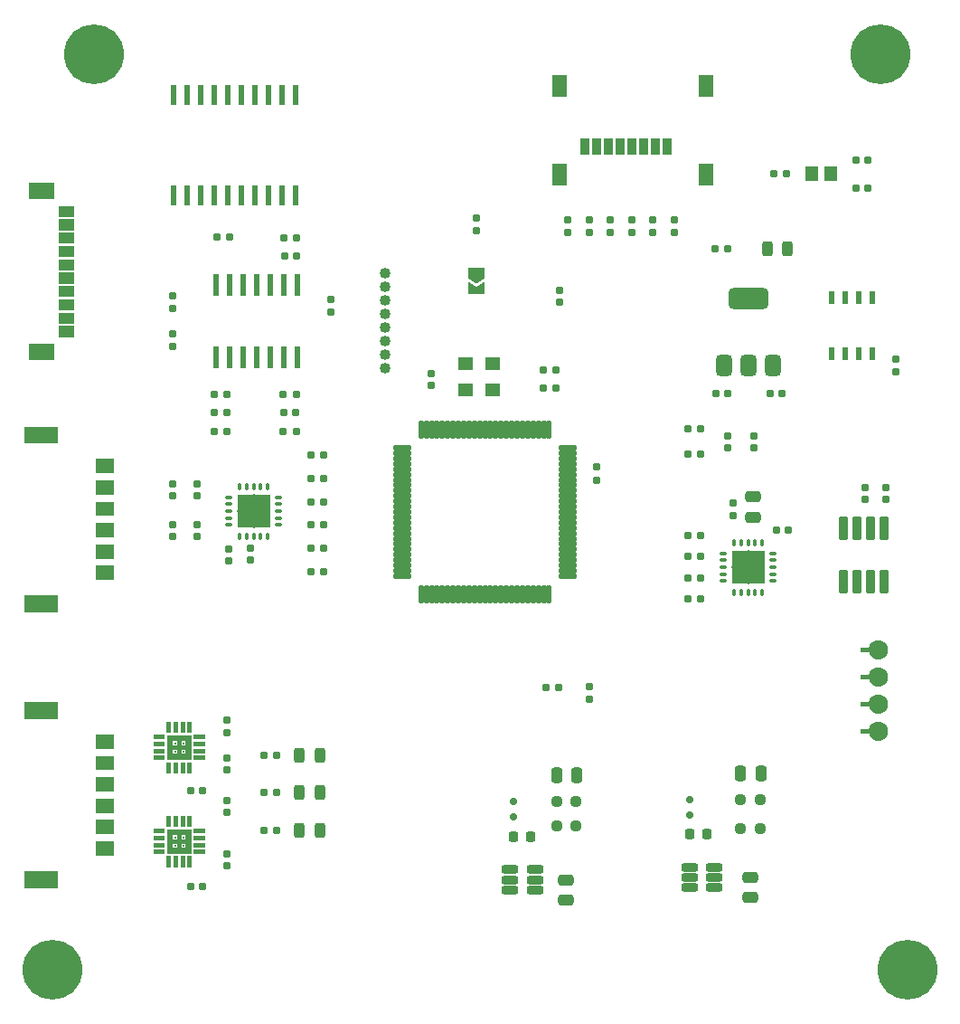
<source format=gbr>
%TF.GenerationSoftware,KiCad,Pcbnew,8.0.7*%
%TF.CreationDate,2025-02-06T16:30:48-03:00*%
%TF.ProjectId,adcs_board,61646373-5f62-46f6-9172-642e6b696361,1.0*%
%TF.SameCoordinates,Original*%
%TF.FileFunction,Soldermask,Top*%
%TF.FilePolarity,Negative*%
%FSLAX46Y46*%
G04 Gerber Fmt 4.6, Leading zero omitted, Abs format (unit mm)*
G04 Created by KiCad (PCBNEW 8.0.7) date 2025-02-06 16:30:48*
%MOMM*%
%LPD*%
G01*
G04 APERTURE LIST*
G04 Aperture macros list*
%AMRoundRect*
0 Rectangle with rounded corners*
0 $1 Rounding radius*
0 $2 $3 $4 $5 $6 $7 $8 $9 X,Y pos of 4 corners*
0 Add a 4 corners polygon primitive as box body*
4,1,4,$2,$3,$4,$5,$6,$7,$8,$9,$2,$3,0*
0 Add four circle primitives for the rounded corners*
1,1,$1+$1,$2,$3*
1,1,$1+$1,$4,$5*
1,1,$1+$1,$6,$7*
1,1,$1+$1,$8,$9*
0 Add four rect primitives between the rounded corners*
20,1,$1+$1,$2,$3,$4,$5,0*
20,1,$1+$1,$4,$5,$6,$7,0*
20,1,$1+$1,$6,$7,$8,$9,0*
20,1,$1+$1,$8,$9,$2,$3,0*%
%AMFreePoly0*
4,1,6,1.000000,0.000000,0.500000,-0.750000,-0.500000,-0.750000,-0.500000,0.750000,0.500000,0.750000,1.000000,0.000000,1.000000,0.000000,$1*%
%AMFreePoly1*
4,1,6,0.500000,-0.750000,-0.650000,-0.750000,-0.150000,0.000000,-0.650000,0.750000,0.500000,0.750000,0.500000,-0.750000,0.500000,-0.750000,$1*%
G04 Aperture macros list end*
%ADD10C,0.010000*%
%ADD11C,0.000000*%
%ADD12RoundRect,0.160000X0.197500X0.160000X-0.197500X0.160000X-0.197500X-0.160000X0.197500X-0.160000X0*%
%ADD13C,5.600000*%
%ADD14RoundRect,0.155000X0.155000X-0.212500X0.155000X0.212500X-0.155000X0.212500X-0.155000X-0.212500X0*%
%ADD15RoundRect,0.155000X-0.212500X-0.155000X0.212500X-0.155000X0.212500X0.155000X-0.212500X0.155000X0*%
%ADD16FreePoly0,270.000000*%
%ADD17FreePoly1,270.000000*%
%ADD18RoundRect,0.243750X0.243750X0.456250X-0.243750X0.456250X-0.243750X-0.456250X0.243750X-0.456250X0*%
%ADD19C,1.016000*%
%ADD20RoundRect,0.160000X-0.160000X0.197500X-0.160000X-0.197500X0.160000X-0.197500X0.160000X0.197500X0*%
%ADD21RoundRect,0.155000X0.212500X0.155000X-0.212500X0.155000X-0.212500X-0.155000X0.212500X-0.155000X0*%
%ADD22RoundRect,0.160000X-0.197500X-0.160000X0.197500X-0.160000X0.197500X0.160000X-0.197500X0.160000X0*%
%ADD23RoundRect,0.160000X0.160000X-0.197500X0.160000X0.197500X-0.160000X0.197500X-0.160000X-0.197500X0*%
%ADD24RoundRect,0.155000X-0.155000X0.212500X-0.155000X-0.212500X0.155000X-0.212500X0.155000X0.212500X0*%
%ADD25RoundRect,0.250000X-0.475000X0.250000X-0.475000X-0.250000X0.475000X-0.250000X0.475000X0.250000X0*%
%ADD26RoundRect,0.250000X-0.250000X-0.475000X0.250000X-0.475000X0.250000X0.475000X-0.250000X0.475000X0*%
%ADD27R,0.508000X1.257300*%
%ADD28R,0.812800X1.498600*%
%ADD29R,1.447800X2.006600*%
%ADD30O,0.750001X0.299999*%
%ADD31O,0.299999X0.750001*%
%ADD32R,3.149999X3.149999*%
%ADD33C,0.499999*%
%ADD34RoundRect,0.198500X-0.588500X-0.198500X0.588500X-0.198500X0.588500X0.198500X-0.588500X0.198500X0*%
%ADD35RoundRect,0.218750X0.218750X0.256250X-0.218750X0.256250X-0.218750X-0.256250X0.218750X-0.256250X0*%
%ADD36C,1.724000*%
%ADD37R,0.533400X1.930400*%
%ADD38RoundRect,0.375000X0.375000X-0.625000X0.375000X0.625000X-0.375000X0.625000X-0.375000X-0.625000X0*%
%ADD39RoundRect,0.500000X1.400000X-0.500000X1.400000X0.500000X-1.400000X0.500000X-1.400000X-0.500000X0*%
%ADD40R,1.168400X1.447800*%
%ADD41RoundRect,0.100500X0.301500X-0.986500X0.301500X0.986500X-0.301500X0.986500X-0.301500X-0.986500X0*%
%ADD42RoundRect,0.250000X0.475000X-0.250000X0.475000X0.250000X-0.475000X0.250000X-0.475000X-0.250000X0*%
%ADD43RoundRect,0.150000X0.200000X-0.150000X0.200000X0.150000X-0.200000X0.150000X-0.200000X-0.150000X0*%
%ADD44R,0.558800X2.159000*%
%ADD45RoundRect,0.237500X-0.250000X-0.237500X0.250000X-0.237500X0.250000X0.237500X-0.250000X0.237500X0*%
%ADD46RoundRect,0.243750X-0.243750X-0.456250X0.243750X-0.456250X0.243750X0.456250X-0.243750X0.456250X0*%
%ADD47RoundRect,0.237500X0.250000X0.237500X-0.250000X0.237500X-0.250000X-0.237500X0.250000X-0.237500X0*%
%ADD48RoundRect,0.102000X-0.150000X0.737500X-0.150000X-0.737500X0.150000X-0.737500X0.150000X0.737500X0*%
%ADD49RoundRect,0.102000X-0.737500X0.150000X-0.737500X-0.150000X0.737500X-0.150000X0.737500X0.150000X0*%
%ADD50R,1.447800X1.244600*%
%ADD51R,1.000000X0.350000*%
%ADD52R,0.350000X1.000000*%
%ADD53C,0.300000*%
G04 APERTURE END LIST*
D10*
%TO.C,J8*%
X170432500Y-104937500D02*
X170521500Y-104951500D01*
X170608500Y-104974500D01*
X170692500Y-105006500D01*
X170772500Y-105047500D01*
X170847500Y-105096500D01*
X170917500Y-105153500D01*
X170981500Y-105217500D01*
X171038500Y-105287500D01*
X171087500Y-105362500D01*
X171128500Y-105442500D01*
X171160500Y-105526500D01*
X171183500Y-105613500D01*
X171197500Y-105702500D01*
X171202500Y-105792500D01*
X171197500Y-105882500D01*
X171183500Y-105971500D01*
X171160500Y-106058500D01*
X171128500Y-106142500D01*
X171087500Y-106222500D01*
X171038500Y-106297500D01*
X170981500Y-106367500D01*
X170917500Y-106431500D01*
X170847500Y-106488500D01*
X170772500Y-106537500D01*
X170692500Y-106578500D01*
X170608500Y-106610500D01*
X170521500Y-106633500D01*
X170432500Y-106647500D01*
X170342500Y-106652500D01*
X170304500Y-106651500D01*
X170265500Y-106648500D01*
X170226500Y-106644500D01*
X170187500Y-106638500D01*
X170148500Y-106629500D01*
X170110500Y-106620500D01*
X170073500Y-106608500D01*
X170035500Y-106595500D01*
X169999500Y-106580500D01*
X169963500Y-106563500D01*
X169929500Y-106545500D01*
X169894500Y-106525500D01*
X169861500Y-106504500D01*
X169829500Y-106481500D01*
X169798500Y-106456500D01*
X169769500Y-106431500D01*
X169740500Y-106403500D01*
X169713500Y-106375500D01*
X169687500Y-106345500D01*
X169662500Y-106315500D01*
X169639500Y-106283500D01*
X169617500Y-106250500D01*
X169597500Y-106216500D01*
X169579500Y-106181500D01*
X169562500Y-106146500D01*
X169546500Y-106110500D01*
X169533500Y-106073500D01*
X169521500Y-106035500D01*
X169511500Y-105997500D01*
X169502500Y-105957500D01*
X168712500Y-105957500D01*
X168712500Y-105627500D01*
X169502500Y-105627500D01*
X169511500Y-105587500D01*
X169521500Y-105549500D01*
X169533500Y-105511500D01*
X169546500Y-105474500D01*
X169562500Y-105438500D01*
X169579500Y-105403500D01*
X169597500Y-105368500D01*
X169617500Y-105334500D01*
X169639500Y-105301500D01*
X169662500Y-105269500D01*
X169687500Y-105239500D01*
X169713500Y-105209500D01*
X169740500Y-105181500D01*
X169769500Y-105153500D01*
X169798500Y-105128500D01*
X169829500Y-105103500D01*
X169861500Y-105080500D01*
X169894500Y-105059500D01*
X169929500Y-105039500D01*
X169963500Y-105021500D01*
X169999500Y-105004500D01*
X170035500Y-104989500D01*
X170073500Y-104976500D01*
X170110500Y-104964500D01*
X170148500Y-104955500D01*
X170187500Y-104946500D01*
X170226500Y-104940500D01*
X170265500Y-104936500D01*
X170304500Y-104933500D01*
X170342500Y-104932500D01*
X170432500Y-104937500D01*
G36*
X170432500Y-104937500D02*
G01*
X170521500Y-104951500D01*
X170608500Y-104974500D01*
X170692500Y-105006500D01*
X170772500Y-105047500D01*
X170847500Y-105096500D01*
X170917500Y-105153500D01*
X170981500Y-105217500D01*
X171038500Y-105287500D01*
X171087500Y-105362500D01*
X171128500Y-105442500D01*
X171160500Y-105526500D01*
X171183500Y-105613500D01*
X171197500Y-105702500D01*
X171202500Y-105792500D01*
X171197500Y-105882500D01*
X171183500Y-105971500D01*
X171160500Y-106058500D01*
X171128500Y-106142500D01*
X171087500Y-106222500D01*
X171038500Y-106297500D01*
X170981500Y-106367500D01*
X170917500Y-106431500D01*
X170847500Y-106488500D01*
X170772500Y-106537500D01*
X170692500Y-106578500D01*
X170608500Y-106610500D01*
X170521500Y-106633500D01*
X170432500Y-106647500D01*
X170342500Y-106652500D01*
X170304500Y-106651500D01*
X170265500Y-106648500D01*
X170226500Y-106644500D01*
X170187500Y-106638500D01*
X170148500Y-106629500D01*
X170110500Y-106620500D01*
X170073500Y-106608500D01*
X170035500Y-106595500D01*
X169999500Y-106580500D01*
X169963500Y-106563500D01*
X169929500Y-106545500D01*
X169894500Y-106525500D01*
X169861500Y-106504500D01*
X169829500Y-106481500D01*
X169798500Y-106456500D01*
X169769500Y-106431500D01*
X169740500Y-106403500D01*
X169713500Y-106375500D01*
X169687500Y-106345500D01*
X169662500Y-106315500D01*
X169639500Y-106283500D01*
X169617500Y-106250500D01*
X169597500Y-106216500D01*
X169579500Y-106181500D01*
X169562500Y-106146500D01*
X169546500Y-106110500D01*
X169533500Y-106073500D01*
X169521500Y-106035500D01*
X169511500Y-105997500D01*
X169502500Y-105957500D01*
X168712500Y-105957500D01*
X168712500Y-105627500D01*
X169502500Y-105627500D01*
X169511500Y-105587500D01*
X169521500Y-105549500D01*
X169533500Y-105511500D01*
X169546500Y-105474500D01*
X169562500Y-105438500D01*
X169579500Y-105403500D01*
X169597500Y-105368500D01*
X169617500Y-105334500D01*
X169639500Y-105301500D01*
X169662500Y-105269500D01*
X169687500Y-105239500D01*
X169713500Y-105209500D01*
X169740500Y-105181500D01*
X169769500Y-105153500D01*
X169798500Y-105128500D01*
X169829500Y-105103500D01*
X169861500Y-105080500D01*
X169894500Y-105059500D01*
X169929500Y-105039500D01*
X169963500Y-105021500D01*
X169999500Y-105004500D01*
X170035500Y-104989500D01*
X170073500Y-104976500D01*
X170110500Y-104964500D01*
X170148500Y-104955500D01*
X170187500Y-104946500D01*
X170226500Y-104940500D01*
X170265500Y-104936500D01*
X170304500Y-104933500D01*
X170342500Y-104932500D01*
X170432500Y-104937500D01*
G37*
X170432500Y-107477500D02*
X170521500Y-107491500D01*
X170608500Y-107514500D01*
X170692500Y-107546500D01*
X170772500Y-107587500D01*
X170847500Y-107636500D01*
X170917500Y-107693500D01*
X170981500Y-107757500D01*
X171038500Y-107827500D01*
X171087500Y-107902500D01*
X171128500Y-107982500D01*
X171160500Y-108066500D01*
X171183500Y-108153500D01*
X171197500Y-108242500D01*
X171202500Y-108332500D01*
X171197500Y-108422500D01*
X171183500Y-108511500D01*
X171160500Y-108598500D01*
X171128500Y-108682500D01*
X171087500Y-108762500D01*
X171038500Y-108837500D01*
X170981500Y-108907500D01*
X170917500Y-108971500D01*
X170847500Y-109028500D01*
X170772500Y-109077500D01*
X170692500Y-109118500D01*
X170608500Y-109150500D01*
X170521500Y-109173500D01*
X170432500Y-109187500D01*
X170342500Y-109192500D01*
X170304500Y-109191500D01*
X170265500Y-109188500D01*
X170226500Y-109184500D01*
X170187500Y-109178500D01*
X170148500Y-109169500D01*
X170110500Y-109160500D01*
X170073500Y-109148500D01*
X170035500Y-109135500D01*
X169999500Y-109120500D01*
X169963500Y-109103500D01*
X169929500Y-109085500D01*
X169894500Y-109065500D01*
X169861500Y-109044500D01*
X169829500Y-109021500D01*
X169798500Y-108996500D01*
X169769500Y-108971500D01*
X169740500Y-108943500D01*
X169713500Y-108915500D01*
X169687500Y-108885500D01*
X169662500Y-108855500D01*
X169639500Y-108823500D01*
X169617500Y-108790500D01*
X169597500Y-108756500D01*
X169579500Y-108721500D01*
X169562500Y-108686500D01*
X169546500Y-108650500D01*
X169533500Y-108613500D01*
X169521500Y-108575500D01*
X169511500Y-108537500D01*
X169502500Y-108497500D01*
X168712500Y-108497500D01*
X168712500Y-108167500D01*
X169502500Y-108167500D01*
X169511500Y-108127500D01*
X169521500Y-108089500D01*
X169533500Y-108051500D01*
X169546500Y-108014500D01*
X169562500Y-107978500D01*
X169579500Y-107943500D01*
X169597500Y-107908500D01*
X169617500Y-107874500D01*
X169639500Y-107841500D01*
X169662500Y-107809500D01*
X169687500Y-107779500D01*
X169713500Y-107749500D01*
X169740500Y-107721500D01*
X169769500Y-107693500D01*
X169798500Y-107668500D01*
X169829500Y-107643500D01*
X169861500Y-107620500D01*
X169894500Y-107599500D01*
X169929500Y-107579500D01*
X169963500Y-107561500D01*
X169999500Y-107544500D01*
X170035500Y-107529500D01*
X170073500Y-107516500D01*
X170110500Y-107504500D01*
X170148500Y-107495500D01*
X170187500Y-107486500D01*
X170226500Y-107480500D01*
X170265500Y-107476500D01*
X170304500Y-107473500D01*
X170342500Y-107472500D01*
X170432500Y-107477500D01*
G36*
X170432500Y-107477500D02*
G01*
X170521500Y-107491500D01*
X170608500Y-107514500D01*
X170692500Y-107546500D01*
X170772500Y-107587500D01*
X170847500Y-107636500D01*
X170917500Y-107693500D01*
X170981500Y-107757500D01*
X171038500Y-107827500D01*
X171087500Y-107902500D01*
X171128500Y-107982500D01*
X171160500Y-108066500D01*
X171183500Y-108153500D01*
X171197500Y-108242500D01*
X171202500Y-108332500D01*
X171197500Y-108422500D01*
X171183500Y-108511500D01*
X171160500Y-108598500D01*
X171128500Y-108682500D01*
X171087500Y-108762500D01*
X171038500Y-108837500D01*
X170981500Y-108907500D01*
X170917500Y-108971500D01*
X170847500Y-109028500D01*
X170772500Y-109077500D01*
X170692500Y-109118500D01*
X170608500Y-109150500D01*
X170521500Y-109173500D01*
X170432500Y-109187500D01*
X170342500Y-109192500D01*
X170304500Y-109191500D01*
X170265500Y-109188500D01*
X170226500Y-109184500D01*
X170187500Y-109178500D01*
X170148500Y-109169500D01*
X170110500Y-109160500D01*
X170073500Y-109148500D01*
X170035500Y-109135500D01*
X169999500Y-109120500D01*
X169963500Y-109103500D01*
X169929500Y-109085500D01*
X169894500Y-109065500D01*
X169861500Y-109044500D01*
X169829500Y-109021500D01*
X169798500Y-108996500D01*
X169769500Y-108971500D01*
X169740500Y-108943500D01*
X169713500Y-108915500D01*
X169687500Y-108885500D01*
X169662500Y-108855500D01*
X169639500Y-108823500D01*
X169617500Y-108790500D01*
X169597500Y-108756500D01*
X169579500Y-108721500D01*
X169562500Y-108686500D01*
X169546500Y-108650500D01*
X169533500Y-108613500D01*
X169521500Y-108575500D01*
X169511500Y-108537500D01*
X169502500Y-108497500D01*
X168712500Y-108497500D01*
X168712500Y-108167500D01*
X169502500Y-108167500D01*
X169511500Y-108127500D01*
X169521500Y-108089500D01*
X169533500Y-108051500D01*
X169546500Y-108014500D01*
X169562500Y-107978500D01*
X169579500Y-107943500D01*
X169597500Y-107908500D01*
X169617500Y-107874500D01*
X169639500Y-107841500D01*
X169662500Y-107809500D01*
X169687500Y-107779500D01*
X169713500Y-107749500D01*
X169740500Y-107721500D01*
X169769500Y-107693500D01*
X169798500Y-107668500D01*
X169829500Y-107643500D01*
X169861500Y-107620500D01*
X169894500Y-107599500D01*
X169929500Y-107579500D01*
X169963500Y-107561500D01*
X169999500Y-107544500D01*
X170035500Y-107529500D01*
X170073500Y-107516500D01*
X170110500Y-107504500D01*
X170148500Y-107495500D01*
X170187500Y-107486500D01*
X170226500Y-107480500D01*
X170265500Y-107476500D01*
X170304500Y-107473500D01*
X170342500Y-107472500D01*
X170432500Y-107477500D01*
G37*
X170432500Y-110017500D02*
X170521500Y-110031500D01*
X170608500Y-110054500D01*
X170692500Y-110086500D01*
X170772500Y-110127500D01*
X170847500Y-110176500D01*
X170917500Y-110233500D01*
X170981500Y-110297500D01*
X171038500Y-110367500D01*
X171087500Y-110442500D01*
X171128500Y-110522500D01*
X171160500Y-110606500D01*
X171183500Y-110693500D01*
X171197500Y-110782500D01*
X171202500Y-110872500D01*
X171197500Y-110962500D01*
X171183500Y-111051500D01*
X171160500Y-111138500D01*
X171128500Y-111222500D01*
X171087500Y-111302500D01*
X171038500Y-111377500D01*
X170981500Y-111447500D01*
X170917500Y-111511500D01*
X170847500Y-111568500D01*
X170772500Y-111617500D01*
X170692500Y-111658500D01*
X170608500Y-111690500D01*
X170521500Y-111713500D01*
X170432500Y-111727500D01*
X170342500Y-111732500D01*
X170304500Y-111731500D01*
X170265500Y-111728500D01*
X170226500Y-111724500D01*
X170187500Y-111718500D01*
X170148500Y-111709500D01*
X170110500Y-111700500D01*
X170073500Y-111688500D01*
X170035500Y-111675500D01*
X169999500Y-111660500D01*
X169963500Y-111643500D01*
X169929500Y-111625500D01*
X169894500Y-111605500D01*
X169861500Y-111584500D01*
X169829500Y-111561500D01*
X169798500Y-111536500D01*
X169769500Y-111511500D01*
X169740500Y-111483500D01*
X169713500Y-111455500D01*
X169687500Y-111425500D01*
X169662500Y-111395500D01*
X169639500Y-111363500D01*
X169617500Y-111330500D01*
X169597500Y-111296500D01*
X169579500Y-111261500D01*
X169562500Y-111226500D01*
X169546500Y-111190500D01*
X169533500Y-111153500D01*
X169521500Y-111115500D01*
X169511500Y-111077500D01*
X169502500Y-111037500D01*
X168712500Y-111037500D01*
X168712500Y-110707500D01*
X169502500Y-110707500D01*
X169511500Y-110667500D01*
X169521500Y-110629500D01*
X169533500Y-110591500D01*
X169546500Y-110554500D01*
X169562500Y-110518500D01*
X169579500Y-110483500D01*
X169597500Y-110448500D01*
X169617500Y-110414500D01*
X169639500Y-110381500D01*
X169662500Y-110349500D01*
X169687500Y-110319500D01*
X169713500Y-110289500D01*
X169740500Y-110261500D01*
X169769500Y-110233500D01*
X169798500Y-110208500D01*
X169829500Y-110183500D01*
X169861500Y-110160500D01*
X169894500Y-110139500D01*
X169929500Y-110119500D01*
X169963500Y-110101500D01*
X169999500Y-110084500D01*
X170035500Y-110069500D01*
X170073500Y-110056500D01*
X170110500Y-110044500D01*
X170148500Y-110035500D01*
X170187500Y-110026500D01*
X170226500Y-110020500D01*
X170265500Y-110016500D01*
X170304500Y-110013500D01*
X170342500Y-110012500D01*
X170432500Y-110017500D01*
G36*
X170432500Y-110017500D02*
G01*
X170521500Y-110031500D01*
X170608500Y-110054500D01*
X170692500Y-110086500D01*
X170772500Y-110127500D01*
X170847500Y-110176500D01*
X170917500Y-110233500D01*
X170981500Y-110297500D01*
X171038500Y-110367500D01*
X171087500Y-110442500D01*
X171128500Y-110522500D01*
X171160500Y-110606500D01*
X171183500Y-110693500D01*
X171197500Y-110782500D01*
X171202500Y-110872500D01*
X171197500Y-110962500D01*
X171183500Y-111051500D01*
X171160500Y-111138500D01*
X171128500Y-111222500D01*
X171087500Y-111302500D01*
X171038500Y-111377500D01*
X170981500Y-111447500D01*
X170917500Y-111511500D01*
X170847500Y-111568500D01*
X170772500Y-111617500D01*
X170692500Y-111658500D01*
X170608500Y-111690500D01*
X170521500Y-111713500D01*
X170432500Y-111727500D01*
X170342500Y-111732500D01*
X170304500Y-111731500D01*
X170265500Y-111728500D01*
X170226500Y-111724500D01*
X170187500Y-111718500D01*
X170148500Y-111709500D01*
X170110500Y-111700500D01*
X170073500Y-111688500D01*
X170035500Y-111675500D01*
X169999500Y-111660500D01*
X169963500Y-111643500D01*
X169929500Y-111625500D01*
X169894500Y-111605500D01*
X169861500Y-111584500D01*
X169829500Y-111561500D01*
X169798500Y-111536500D01*
X169769500Y-111511500D01*
X169740500Y-111483500D01*
X169713500Y-111455500D01*
X169687500Y-111425500D01*
X169662500Y-111395500D01*
X169639500Y-111363500D01*
X169617500Y-111330500D01*
X169597500Y-111296500D01*
X169579500Y-111261500D01*
X169562500Y-111226500D01*
X169546500Y-111190500D01*
X169533500Y-111153500D01*
X169521500Y-111115500D01*
X169511500Y-111077500D01*
X169502500Y-111037500D01*
X168712500Y-111037500D01*
X168712500Y-110707500D01*
X169502500Y-110707500D01*
X169511500Y-110667500D01*
X169521500Y-110629500D01*
X169533500Y-110591500D01*
X169546500Y-110554500D01*
X169562500Y-110518500D01*
X169579500Y-110483500D01*
X169597500Y-110448500D01*
X169617500Y-110414500D01*
X169639500Y-110381500D01*
X169662500Y-110349500D01*
X169687500Y-110319500D01*
X169713500Y-110289500D01*
X169740500Y-110261500D01*
X169769500Y-110233500D01*
X169798500Y-110208500D01*
X169829500Y-110183500D01*
X169861500Y-110160500D01*
X169894500Y-110139500D01*
X169929500Y-110119500D01*
X169963500Y-110101500D01*
X169999500Y-110084500D01*
X170035500Y-110069500D01*
X170073500Y-110056500D01*
X170110500Y-110044500D01*
X170148500Y-110035500D01*
X170187500Y-110026500D01*
X170226500Y-110020500D01*
X170265500Y-110016500D01*
X170304500Y-110013500D01*
X170342500Y-110012500D01*
X170432500Y-110017500D01*
G37*
X170432500Y-112557500D02*
X170521500Y-112571500D01*
X170608500Y-112594500D01*
X170692500Y-112626500D01*
X170772500Y-112667500D01*
X170847500Y-112716500D01*
X170917500Y-112773500D01*
X170981500Y-112837500D01*
X171038500Y-112907500D01*
X171087500Y-112982500D01*
X171128500Y-113062500D01*
X171160500Y-113146500D01*
X171183500Y-113233500D01*
X171197500Y-113322500D01*
X171202500Y-113412500D01*
X171197500Y-113502500D01*
X171183500Y-113591500D01*
X171160500Y-113678500D01*
X171128500Y-113762500D01*
X171087500Y-113842500D01*
X171038500Y-113917500D01*
X170981500Y-113987500D01*
X170917500Y-114051500D01*
X170847500Y-114108500D01*
X170772500Y-114157500D01*
X170692500Y-114198500D01*
X170608500Y-114230500D01*
X170521500Y-114253500D01*
X170432500Y-114267500D01*
X170342500Y-114272500D01*
X170304500Y-114271500D01*
X170265500Y-114268500D01*
X170226500Y-114264500D01*
X170187500Y-114258500D01*
X170148500Y-114249500D01*
X170110500Y-114240500D01*
X170073500Y-114228500D01*
X170035500Y-114215500D01*
X169999500Y-114200500D01*
X169963500Y-114183500D01*
X169929500Y-114165500D01*
X169894500Y-114145500D01*
X169861500Y-114124500D01*
X169829500Y-114101500D01*
X169798500Y-114076500D01*
X169769500Y-114051500D01*
X169740500Y-114023500D01*
X169713500Y-113995500D01*
X169687500Y-113965500D01*
X169662500Y-113935500D01*
X169639500Y-113903500D01*
X169617500Y-113870500D01*
X169597500Y-113836500D01*
X169579500Y-113801500D01*
X169562500Y-113766500D01*
X169546500Y-113730500D01*
X169533500Y-113693500D01*
X169521500Y-113655500D01*
X169511500Y-113617500D01*
X169502500Y-113577500D01*
X168712500Y-113577500D01*
X168712500Y-113247500D01*
X169502500Y-113247500D01*
X169511500Y-113207500D01*
X169521500Y-113169500D01*
X169533500Y-113131500D01*
X169546500Y-113094500D01*
X169562500Y-113058500D01*
X169579500Y-113023500D01*
X169597500Y-112988500D01*
X169617500Y-112954500D01*
X169639500Y-112921500D01*
X169662500Y-112889500D01*
X169687500Y-112859500D01*
X169713500Y-112829500D01*
X169740500Y-112801500D01*
X169769500Y-112773500D01*
X169798500Y-112748500D01*
X169829500Y-112723500D01*
X169861500Y-112700500D01*
X169894500Y-112679500D01*
X169929500Y-112659500D01*
X169963500Y-112641500D01*
X169999500Y-112624500D01*
X170035500Y-112609500D01*
X170073500Y-112596500D01*
X170110500Y-112584500D01*
X170148500Y-112575500D01*
X170187500Y-112566500D01*
X170226500Y-112560500D01*
X170265500Y-112556500D01*
X170304500Y-112553500D01*
X170342500Y-112552500D01*
X170432500Y-112557500D01*
G36*
X170432500Y-112557500D02*
G01*
X170521500Y-112571500D01*
X170608500Y-112594500D01*
X170692500Y-112626500D01*
X170772500Y-112667500D01*
X170847500Y-112716500D01*
X170917500Y-112773500D01*
X170981500Y-112837500D01*
X171038500Y-112907500D01*
X171087500Y-112982500D01*
X171128500Y-113062500D01*
X171160500Y-113146500D01*
X171183500Y-113233500D01*
X171197500Y-113322500D01*
X171202500Y-113412500D01*
X171197500Y-113502500D01*
X171183500Y-113591500D01*
X171160500Y-113678500D01*
X171128500Y-113762500D01*
X171087500Y-113842500D01*
X171038500Y-113917500D01*
X170981500Y-113987500D01*
X170917500Y-114051500D01*
X170847500Y-114108500D01*
X170772500Y-114157500D01*
X170692500Y-114198500D01*
X170608500Y-114230500D01*
X170521500Y-114253500D01*
X170432500Y-114267500D01*
X170342500Y-114272500D01*
X170304500Y-114271500D01*
X170265500Y-114268500D01*
X170226500Y-114264500D01*
X170187500Y-114258500D01*
X170148500Y-114249500D01*
X170110500Y-114240500D01*
X170073500Y-114228500D01*
X170035500Y-114215500D01*
X169999500Y-114200500D01*
X169963500Y-114183500D01*
X169929500Y-114165500D01*
X169894500Y-114145500D01*
X169861500Y-114124500D01*
X169829500Y-114101500D01*
X169798500Y-114076500D01*
X169769500Y-114051500D01*
X169740500Y-114023500D01*
X169713500Y-113995500D01*
X169687500Y-113965500D01*
X169662500Y-113935500D01*
X169639500Y-113903500D01*
X169617500Y-113870500D01*
X169597500Y-113836500D01*
X169579500Y-113801500D01*
X169562500Y-113766500D01*
X169546500Y-113730500D01*
X169533500Y-113693500D01*
X169521500Y-113655500D01*
X169511500Y-113617500D01*
X169502500Y-113577500D01*
X168712500Y-113577500D01*
X168712500Y-113247500D01*
X169502500Y-113247500D01*
X169511500Y-113207500D01*
X169521500Y-113169500D01*
X169533500Y-113131500D01*
X169546500Y-113094500D01*
X169562500Y-113058500D01*
X169579500Y-113023500D01*
X169597500Y-112988500D01*
X169617500Y-112954500D01*
X169639500Y-112921500D01*
X169662500Y-112889500D01*
X169687500Y-112859500D01*
X169713500Y-112829500D01*
X169740500Y-112801500D01*
X169769500Y-112773500D01*
X169798500Y-112748500D01*
X169829500Y-112723500D01*
X169861500Y-112700500D01*
X169894500Y-112679500D01*
X169929500Y-112659500D01*
X169963500Y-112641500D01*
X169999500Y-112624500D01*
X170035500Y-112609500D01*
X170073500Y-112596500D01*
X170110500Y-112584500D01*
X170148500Y-112575500D01*
X170187500Y-112566500D01*
X170226500Y-112560500D01*
X170265500Y-112556500D01*
X170304500Y-112553500D01*
X170342500Y-112552500D01*
X170432500Y-112557500D01*
G37*
%TO.C,J7*%
X93476200Y-112231200D02*
X90423800Y-112231200D01*
X90423800Y-110728800D01*
X93476200Y-110728800D01*
X93476200Y-112231200D01*
G36*
X93476200Y-112231200D02*
G01*
X90423800Y-112231200D01*
X90423800Y-110728800D01*
X93476200Y-110728800D01*
X93476200Y-112231200D01*
G37*
X93476200Y-128021200D02*
X90423800Y-128021200D01*
X90423800Y-126518800D01*
X93476200Y-126518800D01*
X93476200Y-128021200D01*
G36*
X93476200Y-128021200D02*
G01*
X90423800Y-128021200D01*
X90423800Y-126518800D01*
X93476200Y-126518800D01*
X93476200Y-128021200D01*
G37*
X98726200Y-115001200D02*
X97123800Y-115001200D01*
X97123800Y-113748800D01*
X98726200Y-113748800D01*
X98726200Y-115001200D01*
G36*
X98726200Y-115001200D02*
G01*
X97123800Y-115001200D01*
X97123800Y-113748800D01*
X98726200Y-113748800D01*
X98726200Y-115001200D01*
G37*
X98726200Y-117001200D02*
X97123800Y-117001200D01*
X97123800Y-115748800D01*
X98726200Y-115748800D01*
X98726200Y-117001200D01*
G36*
X98726200Y-117001200D02*
G01*
X97123800Y-117001200D01*
X97123800Y-115748800D01*
X98726200Y-115748800D01*
X98726200Y-117001200D01*
G37*
X98726200Y-119001200D02*
X97123800Y-119001200D01*
X97123800Y-117748800D01*
X98726200Y-117748800D01*
X98726200Y-119001200D01*
G36*
X98726200Y-119001200D02*
G01*
X97123800Y-119001200D01*
X97123800Y-117748800D01*
X98726200Y-117748800D01*
X98726200Y-119001200D01*
G37*
X98726200Y-121001200D02*
X97123800Y-121001200D01*
X97123800Y-119748800D01*
X98726200Y-119748800D01*
X98726200Y-121001200D01*
G36*
X98726200Y-121001200D02*
G01*
X97123800Y-121001200D01*
X97123800Y-119748800D01*
X98726200Y-119748800D01*
X98726200Y-121001200D01*
G37*
X98726200Y-123001200D02*
X97123800Y-123001200D01*
X97123800Y-121748800D01*
X98726200Y-121748800D01*
X98726200Y-123001200D01*
G36*
X98726200Y-123001200D02*
G01*
X97123800Y-123001200D01*
X97123800Y-121748800D01*
X98726200Y-121748800D01*
X98726200Y-123001200D01*
G37*
X98726200Y-125001200D02*
X97123800Y-125001200D01*
X97123800Y-123748800D01*
X98726200Y-123748800D01*
X98726200Y-125001200D01*
G36*
X98726200Y-125001200D02*
G01*
X97123800Y-125001200D01*
X97123800Y-123748800D01*
X98726200Y-123748800D01*
X98726200Y-125001200D01*
G37*
%TO.C,J5*%
X93476200Y-86445700D02*
X90423800Y-86445700D01*
X90423800Y-84943300D01*
X93476200Y-84943300D01*
X93476200Y-86445700D01*
G36*
X93476200Y-86445700D02*
G01*
X90423800Y-86445700D01*
X90423800Y-84943300D01*
X93476200Y-84943300D01*
X93476200Y-86445700D01*
G37*
X93476200Y-102235700D02*
X90423800Y-102235700D01*
X90423800Y-100733300D01*
X93476200Y-100733300D01*
X93476200Y-102235700D01*
G36*
X93476200Y-102235700D02*
G01*
X90423800Y-102235700D01*
X90423800Y-100733300D01*
X93476200Y-100733300D01*
X93476200Y-102235700D01*
G37*
X98726200Y-89215700D02*
X97123800Y-89215700D01*
X97123800Y-87963300D01*
X98726200Y-87963300D01*
X98726200Y-89215700D01*
G36*
X98726200Y-89215700D02*
G01*
X97123800Y-89215700D01*
X97123800Y-87963300D01*
X98726200Y-87963300D01*
X98726200Y-89215700D01*
G37*
X98726200Y-91215700D02*
X97123800Y-91215700D01*
X97123800Y-89963300D01*
X98726200Y-89963300D01*
X98726200Y-91215700D01*
G36*
X98726200Y-91215700D02*
G01*
X97123800Y-91215700D01*
X97123800Y-89963300D01*
X98726200Y-89963300D01*
X98726200Y-91215700D01*
G37*
X98726200Y-93215700D02*
X97123800Y-93215700D01*
X97123800Y-91963300D01*
X98726200Y-91963300D01*
X98726200Y-93215700D01*
G36*
X98726200Y-93215700D02*
G01*
X97123800Y-93215700D01*
X97123800Y-91963300D01*
X98726200Y-91963300D01*
X98726200Y-93215700D01*
G37*
X98726200Y-95215700D02*
X97123800Y-95215700D01*
X97123800Y-93963300D01*
X98726200Y-93963300D01*
X98726200Y-95215700D01*
G36*
X98726200Y-95215700D02*
G01*
X97123800Y-95215700D01*
X97123800Y-93963300D01*
X98726200Y-93963300D01*
X98726200Y-95215700D01*
G37*
X98726200Y-97215700D02*
X97123800Y-97215700D01*
X97123800Y-95963300D01*
X98726200Y-95963300D01*
X98726200Y-97215700D01*
G36*
X98726200Y-97215700D02*
G01*
X97123800Y-97215700D01*
X97123800Y-95963300D01*
X98726200Y-95963300D01*
X98726200Y-97215700D01*
G37*
X98726200Y-99215700D02*
X97123800Y-99215700D01*
X97123800Y-97963300D01*
X98726200Y-97963300D01*
X98726200Y-99215700D01*
G36*
X98726200Y-99215700D02*
G01*
X97123800Y-99215700D01*
X97123800Y-97963300D01*
X98726200Y-97963300D01*
X98726200Y-99215700D01*
G37*
D11*
%TO.C,U31*%
G36*
X103528699Y-123010001D02*
G01*
X102458701Y-123010001D01*
X102458701Y-122590002D01*
X103528699Y-122590002D01*
X103528699Y-123010001D01*
G37*
G36*
X103528699Y-123660000D02*
G01*
X102458701Y-123660000D01*
X102458701Y-123240001D01*
X103528699Y-123240001D01*
X103528699Y-123660000D01*
G37*
G36*
X103528699Y-124310001D02*
G01*
X102458701Y-124310001D01*
X102458701Y-123890002D01*
X103528699Y-123890002D01*
X103528699Y-124310001D01*
G37*
G36*
X103528699Y-124960000D02*
G01*
X102458701Y-124960000D01*
X102458701Y-124540001D01*
X103528699Y-124540001D01*
X103528699Y-124960000D01*
G37*
G36*
X104128700Y-122410000D02*
G01*
X103708701Y-122410000D01*
X103708701Y-121340002D01*
X104128700Y-121340002D01*
X104128700Y-122410000D01*
G37*
G36*
X104128700Y-126210000D02*
G01*
X103708701Y-126210000D01*
X103708701Y-125140002D01*
X104128700Y-125140002D01*
X104128700Y-126210000D01*
G37*
G36*
X104300000Y-124938501D02*
G01*
X103730200Y-124938501D01*
X103730200Y-122611501D01*
X104300000Y-122611501D01*
X104300000Y-124938501D01*
G37*
G36*
X106057200Y-123181301D02*
G01*
X103730200Y-123181301D01*
X103730200Y-122611501D01*
X106057200Y-122611501D01*
X106057200Y-123181301D01*
G37*
G36*
X106057200Y-123968701D02*
G01*
X103730200Y-123968701D01*
X103730200Y-123581301D01*
X106057200Y-123581301D01*
X106057200Y-123968701D01*
G37*
G36*
X106057200Y-124938501D02*
G01*
X103730200Y-124938501D01*
X103730200Y-124368701D01*
X106057200Y-124368701D01*
X106057200Y-124938501D01*
G37*
G36*
X104778699Y-122410000D02*
G01*
X104358700Y-122410000D01*
X104358700Y-121340002D01*
X104778699Y-121340002D01*
X104778699Y-122410000D01*
G37*
G36*
X104778699Y-126210000D02*
G01*
X104358700Y-126210000D01*
X104358700Y-125140002D01*
X104778699Y-125140002D01*
X104778699Y-126210000D01*
G37*
G36*
X105428700Y-122410000D02*
G01*
X105008701Y-122410000D01*
X105008701Y-121340002D01*
X105428700Y-121340002D01*
X105428700Y-122410000D01*
G37*
G36*
X105428700Y-126210000D02*
G01*
X105008701Y-126210000D01*
X105008701Y-125140002D01*
X105428700Y-125140002D01*
X105428700Y-126210000D01*
G37*
G36*
X105087400Y-124938501D02*
G01*
X104700000Y-124938501D01*
X104700000Y-122611501D01*
X105087400Y-122611501D01*
X105087400Y-124938501D01*
G37*
G36*
X106057200Y-124938501D02*
G01*
X105487400Y-124938501D01*
X105487400Y-122611501D01*
X106057200Y-122611501D01*
X106057200Y-124938501D01*
G37*
G36*
X106078699Y-122410000D02*
G01*
X105658700Y-122410000D01*
X105658700Y-121340002D01*
X106078699Y-121340002D01*
X106078699Y-122410000D01*
G37*
G36*
X106078699Y-126210000D02*
G01*
X105658700Y-126210000D01*
X105658700Y-125140002D01*
X106078699Y-125140002D01*
X106078699Y-126210000D01*
G37*
G36*
X107328699Y-123010001D02*
G01*
X106258701Y-123010001D01*
X106258701Y-122590002D01*
X107328699Y-122590002D01*
X107328699Y-123010001D01*
G37*
G36*
X107328699Y-123660000D02*
G01*
X106258701Y-123660000D01*
X106258701Y-123240001D01*
X107328699Y-123240001D01*
X107328699Y-123660000D01*
G37*
G36*
X107328699Y-124310001D02*
G01*
X106258701Y-124310001D01*
X106258701Y-123890002D01*
X107328699Y-123890002D01*
X107328699Y-124310001D01*
G37*
G36*
X107328699Y-124960000D02*
G01*
X106258701Y-124960000D01*
X106258701Y-124540001D01*
X107328699Y-124540001D01*
X107328699Y-124960000D01*
G37*
D10*
%TO.C,J6*%
X93106200Y-63576200D02*
X90803800Y-63576200D01*
X90803800Y-62123800D01*
X93106200Y-62123800D01*
X93106200Y-63576200D01*
G36*
X93106200Y-63576200D02*
G01*
X90803800Y-63576200D01*
X90803800Y-62123800D01*
X93106200Y-62123800D01*
X93106200Y-63576200D01*
G37*
X93106200Y-78626200D02*
X90803800Y-78626200D01*
X90803800Y-77173800D01*
X93106200Y-77173800D01*
X93106200Y-78626200D01*
G36*
X93106200Y-78626200D02*
G01*
X90803800Y-78626200D01*
X90803800Y-77173800D01*
X93106200Y-77173800D01*
X93106200Y-78626200D01*
G37*
X94926200Y-65226200D02*
X93573800Y-65226200D01*
X93573800Y-64273800D01*
X94926200Y-64273800D01*
X94926200Y-65226200D01*
G36*
X94926200Y-65226200D02*
G01*
X93573800Y-65226200D01*
X93573800Y-64273800D01*
X94926200Y-64273800D01*
X94926200Y-65226200D01*
G37*
X94926200Y-66476200D02*
X93573800Y-66476200D01*
X93573800Y-65523800D01*
X94926200Y-65523800D01*
X94926200Y-66476200D01*
G36*
X94926200Y-66476200D02*
G01*
X93573800Y-66476200D01*
X93573800Y-65523800D01*
X94926200Y-65523800D01*
X94926200Y-66476200D01*
G37*
X94926200Y-67726200D02*
X93573800Y-67726200D01*
X93573800Y-66773800D01*
X94926200Y-66773800D01*
X94926200Y-67726200D01*
G36*
X94926200Y-67726200D02*
G01*
X93573800Y-67726200D01*
X93573800Y-66773800D01*
X94926200Y-66773800D01*
X94926200Y-67726200D01*
G37*
X94926200Y-68976200D02*
X93573800Y-68976200D01*
X93573800Y-68023800D01*
X94926200Y-68023800D01*
X94926200Y-68976200D01*
G36*
X94926200Y-68976200D02*
G01*
X93573800Y-68976200D01*
X93573800Y-68023800D01*
X94926200Y-68023800D01*
X94926200Y-68976200D01*
G37*
X94926200Y-70226200D02*
X93573800Y-70226200D01*
X93573800Y-69273800D01*
X94926200Y-69273800D01*
X94926200Y-70226200D01*
G36*
X94926200Y-70226200D02*
G01*
X93573800Y-70226200D01*
X93573800Y-69273800D01*
X94926200Y-69273800D01*
X94926200Y-70226200D01*
G37*
X94926200Y-71476200D02*
X93573800Y-71476200D01*
X93573800Y-70523800D01*
X94926200Y-70523800D01*
X94926200Y-71476200D01*
G36*
X94926200Y-71476200D02*
G01*
X93573800Y-71476200D01*
X93573800Y-70523800D01*
X94926200Y-70523800D01*
X94926200Y-71476200D01*
G37*
X94926200Y-72726200D02*
X93573800Y-72726200D01*
X93573800Y-71773800D01*
X94926200Y-71773800D01*
X94926200Y-72726200D01*
G36*
X94926200Y-72726200D02*
G01*
X93573800Y-72726200D01*
X93573800Y-71773800D01*
X94926200Y-71773800D01*
X94926200Y-72726200D01*
G37*
X94926200Y-73976200D02*
X93573800Y-73976200D01*
X93573800Y-73023800D01*
X94926200Y-73023800D01*
X94926200Y-73976200D01*
G36*
X94926200Y-73976200D02*
G01*
X93573800Y-73976200D01*
X93573800Y-73023800D01*
X94926200Y-73023800D01*
X94926200Y-73976200D01*
G37*
X94926200Y-75226200D02*
X93573800Y-75226200D01*
X93573800Y-74273800D01*
X94926200Y-74273800D01*
X94926200Y-75226200D01*
G36*
X94926200Y-75226200D02*
G01*
X93573800Y-75226200D01*
X93573800Y-74273800D01*
X94926200Y-74273800D01*
X94926200Y-75226200D01*
G37*
X94926200Y-76476200D02*
X93573800Y-76476200D01*
X93573800Y-75523800D01*
X94926200Y-75523800D01*
X94926200Y-76476200D01*
G36*
X94926200Y-76476200D02*
G01*
X93573800Y-76476200D01*
X93573800Y-75523800D01*
X94926200Y-75523800D01*
X94926200Y-76476200D01*
G37*
D11*
%TO.C,U30*%
G36*
X103528699Y-114209999D02*
G01*
X102458701Y-114209999D01*
X102458701Y-113790000D01*
X103528699Y-113790000D01*
X103528699Y-114209999D01*
G37*
G36*
X103528699Y-114859998D02*
G01*
X102458701Y-114859998D01*
X102458701Y-114439999D01*
X103528699Y-114439999D01*
X103528699Y-114859998D01*
G37*
G36*
X103528699Y-115509999D02*
G01*
X102458701Y-115509999D01*
X102458701Y-115090000D01*
X103528699Y-115090000D01*
X103528699Y-115509999D01*
G37*
G36*
X103528699Y-116159998D02*
G01*
X102458701Y-116159998D01*
X102458701Y-115739999D01*
X103528699Y-115739999D01*
X103528699Y-116159998D01*
G37*
G36*
X104128700Y-113609998D02*
G01*
X103708701Y-113609998D01*
X103708701Y-112540000D01*
X104128700Y-112540000D01*
X104128700Y-113609998D01*
G37*
G36*
X104128700Y-117409998D02*
G01*
X103708701Y-117409998D01*
X103708701Y-116340000D01*
X104128700Y-116340000D01*
X104128700Y-117409998D01*
G37*
G36*
X104300000Y-116138499D02*
G01*
X103730200Y-116138499D01*
X103730200Y-113811499D01*
X104300000Y-113811499D01*
X104300000Y-116138499D01*
G37*
G36*
X106057200Y-114381299D02*
G01*
X103730200Y-114381299D01*
X103730200Y-113811499D01*
X106057200Y-113811499D01*
X106057200Y-114381299D01*
G37*
G36*
X106057200Y-115168699D02*
G01*
X103730200Y-115168699D01*
X103730200Y-114781299D01*
X106057200Y-114781299D01*
X106057200Y-115168699D01*
G37*
G36*
X106057200Y-116138499D02*
G01*
X103730200Y-116138499D01*
X103730200Y-115568699D01*
X106057200Y-115568699D01*
X106057200Y-116138499D01*
G37*
G36*
X104778699Y-113609998D02*
G01*
X104358700Y-113609998D01*
X104358700Y-112540000D01*
X104778699Y-112540000D01*
X104778699Y-113609998D01*
G37*
G36*
X104778699Y-117409998D02*
G01*
X104358700Y-117409998D01*
X104358700Y-116340000D01*
X104778699Y-116340000D01*
X104778699Y-117409998D01*
G37*
G36*
X105428700Y-113609998D02*
G01*
X105008701Y-113609998D01*
X105008701Y-112540000D01*
X105428700Y-112540000D01*
X105428700Y-113609998D01*
G37*
G36*
X105428700Y-117409998D02*
G01*
X105008701Y-117409998D01*
X105008701Y-116340000D01*
X105428700Y-116340000D01*
X105428700Y-117409998D01*
G37*
G36*
X105087400Y-116138499D02*
G01*
X104700000Y-116138499D01*
X104700000Y-113811499D01*
X105087400Y-113811499D01*
X105087400Y-116138499D01*
G37*
G36*
X106057200Y-116138499D02*
G01*
X105487400Y-116138499D01*
X105487400Y-113811499D01*
X106057200Y-113811499D01*
X106057200Y-116138499D01*
G37*
G36*
X106078699Y-113609998D02*
G01*
X105658700Y-113609998D01*
X105658700Y-112540000D01*
X106078699Y-112540000D01*
X106078699Y-113609998D01*
G37*
G36*
X106078699Y-117409998D02*
G01*
X105658700Y-117409998D01*
X105658700Y-116340000D01*
X106078699Y-116340000D01*
X106078699Y-117409998D01*
G37*
G36*
X107328699Y-114209999D02*
G01*
X106258701Y-114209999D01*
X106258701Y-113790000D01*
X107328699Y-113790000D01*
X107328699Y-114209999D01*
G37*
G36*
X107328699Y-114859998D02*
G01*
X106258701Y-114859998D01*
X106258701Y-114439999D01*
X107328699Y-114439999D01*
X107328699Y-114859998D01*
G37*
G36*
X107328699Y-115509999D02*
G01*
X106258701Y-115509999D01*
X106258701Y-115090000D01*
X107328699Y-115090000D01*
X107328699Y-115509999D01*
G37*
G36*
X107328699Y-116159998D02*
G01*
X106258701Y-116159998D01*
X106258701Y-115739999D01*
X107328699Y-115739999D01*
X107328699Y-116159998D01*
G37*
%TD*%
D12*
%TO.C,R65*%
X153697500Y-101070000D03*
X152502500Y-101070000D03*
%TD*%
D13*
%TO.C,H6*%
X170600000Y-50103500D03*
%TD*%
D14*
%TO.C,C65*%
X172050000Y-79767500D03*
X172050000Y-78632500D03*
%TD*%
D15*
%TO.C,C60*%
X139000000Y-81300000D03*
X140135000Y-81300000D03*
%TD*%
D16*
%TO.C,JP1*%
X132700000Y-70550000D03*
D17*
X132700000Y-72000000D03*
%TD*%
D18*
%TO.C,D10*%
X118037500Y-115700000D03*
X116162500Y-115700000D03*
%TD*%
D19*
%TO.C,U27*%
X124146666Y-79440383D03*
X124146666Y-78170383D03*
X124146666Y-76900383D03*
X124146666Y-75630383D03*
X124146666Y-74360383D03*
X124146666Y-73090383D03*
X124146666Y-71820383D03*
X124146666Y-70550383D03*
%TD*%
D20*
%TO.C,R30*%
X143300000Y-65602501D03*
X143300000Y-66797501D03*
%TD*%
D12*
%TO.C,R68*%
X153697500Y-95100000D03*
X152502500Y-95100000D03*
%TD*%
D21*
%TO.C,C67*%
X161758700Y-61300000D03*
X160623700Y-61300000D03*
%TD*%
D14*
%TO.C,C79*%
X156800000Y-93235000D03*
X156800000Y-92100000D03*
%TD*%
D22*
%TO.C,R79*%
X108181666Y-81892183D03*
X109376666Y-81892183D03*
%TD*%
D23*
%TO.C,R74*%
X104281783Y-77454983D03*
X104281783Y-76259983D03*
%TD*%
D15*
%TO.C,C64*%
X168271200Y-60025000D03*
X169406200Y-60025000D03*
%TD*%
%TO.C,C62*%
X168271200Y-62575000D03*
X169406200Y-62575000D03*
%TD*%
D24*
%TO.C,C106*%
X109400000Y-119932500D03*
X109400000Y-121067500D03*
%TD*%
D25*
%TO.C,C6*%
X141150000Y-127380000D03*
X141150000Y-129280000D03*
%TD*%
D24*
%TO.C,C68*%
X143300000Y-109300000D03*
X143300000Y-110435000D03*
%TD*%
D26*
%TO.C,C9*%
X157470000Y-117360000D03*
X159370000Y-117360000D03*
%TD*%
D14*
%TO.C,C4*%
X128500000Y-81067500D03*
X128500000Y-79932500D03*
%TD*%
D21*
%TO.C,C88*%
X109346666Y-83627333D03*
X108211666Y-83627333D03*
%TD*%
D27*
%TO.C,U20*%
X169810000Y-72900000D03*
X168540000Y-72900000D03*
X167270000Y-72900000D03*
X166000000Y-72900000D03*
X166000000Y-78145100D03*
X167270000Y-78145100D03*
X168540000Y-78145100D03*
X169810000Y-78145100D03*
%TD*%
D28*
%TO.C,J1*%
X150590001Y-58762499D03*
X149490001Y-58762499D03*
X148390000Y-58762499D03*
X147290000Y-58762499D03*
X146190002Y-58762499D03*
X145090002Y-58762499D03*
X143990001Y-58762499D03*
X142890001Y-58762499D03*
D29*
X154260002Y-61362499D03*
X154260002Y-53062499D03*
X140510000Y-53062499D03*
X140510000Y-61362499D03*
%TD*%
D21*
%TO.C,C54*%
X161382500Y-81800000D03*
X160247500Y-81800000D03*
%TD*%
D30*
%TO.C,U23*%
X160499998Y-99400000D03*
X160499998Y-98750001D03*
X160499998Y-98100000D03*
X160499998Y-97450001D03*
X160499998Y-96800000D03*
D31*
X159474999Y-95775001D03*
X158825000Y-95775001D03*
X158174999Y-95775001D03*
X157525000Y-95775001D03*
X156874999Y-95775001D03*
D30*
X155850000Y-96800000D03*
X155850000Y-97450001D03*
X155850000Y-98100000D03*
X155850000Y-98750001D03*
X155850000Y-99400000D03*
D31*
X156874999Y-100424999D03*
X157525000Y-100424999D03*
X158174999Y-100424999D03*
X158825000Y-100424999D03*
X159474999Y-100424999D03*
D32*
X158174999Y-98100000D03*
D33*
X159500000Y-98100000D03*
X158174999Y-99425001D03*
X158174999Y-98100000D03*
X158174999Y-96774999D03*
X156849998Y-98100000D03*
%TD*%
D34*
%TO.C,U5*%
X135850000Y-126410000D03*
X135850000Y-127360000D03*
X135850000Y-128310000D03*
X138190000Y-128310000D03*
X138190000Y-127360000D03*
X138190000Y-126410000D03*
%TD*%
D24*
%TO.C,C100*%
X111575000Y-96307501D03*
X111575000Y-97442501D03*
%TD*%
D23*
%TO.C,R31*%
X141310000Y-66797501D03*
X141310000Y-65602501D03*
%TD*%
D13*
%TO.C,H7*%
X93048000Y-135765000D03*
%TD*%
D35*
%TO.C,L2*%
X154297500Y-123060000D03*
X152722500Y-123060000D03*
%TD*%
D36*
%TO.C,J8*%
X170342500Y-113412500D03*
X170342500Y-110872500D03*
X170342500Y-108332500D03*
X170342500Y-105792500D03*
%TD*%
D22*
%TO.C,R83*%
X117202500Y-87624000D03*
X118397500Y-87624000D03*
%TD*%
D14*
%TO.C,C83*%
X169100000Y-91735000D03*
X169100000Y-90600000D03*
%TD*%
D37*
%TO.C,U25*%
X115815000Y-53926400D03*
X114545000Y-53926400D03*
X113275000Y-53926400D03*
X112005000Y-53926400D03*
X110735000Y-53926400D03*
X109465000Y-53926400D03*
X108195000Y-53926400D03*
X106925000Y-53926400D03*
X105655000Y-53926400D03*
X104385000Y-53926400D03*
X104385000Y-63273600D03*
X105655000Y-63273600D03*
X106925000Y-63273600D03*
X108195000Y-63273600D03*
X109465000Y-63273600D03*
X110735000Y-63273600D03*
X112005000Y-63273600D03*
X113275000Y-63273600D03*
X114545000Y-63273600D03*
X115815000Y-63273600D03*
%TD*%
D38*
%TO.C,U18*%
X155900000Y-79250000D03*
X158200000Y-79250000D03*
D39*
X158200000Y-72950000D03*
D38*
X160500000Y-79250000D03*
%TD*%
D14*
%TO.C,C84*%
X104275001Y-91425002D03*
X104275001Y-90290002D03*
%TD*%
D12*
%TO.C,R89*%
X115911666Y-67262483D03*
X114716666Y-67262483D03*
%TD*%
D40*
%TO.C,FB2*%
X164147400Y-61300000D03*
X165900000Y-61300000D03*
%TD*%
D34*
%TO.C,U6*%
X152680000Y-126180000D03*
X152680000Y-127130000D03*
X152680000Y-128080000D03*
X155020000Y-128080000D03*
X155020000Y-127130000D03*
X155020000Y-126180000D03*
%TD*%
D20*
%TO.C,R26*%
X151260000Y-65602501D03*
X151260000Y-66797501D03*
%TD*%
D30*
%TO.C,U28*%
X109550002Y-91550001D03*
X109550002Y-92200000D03*
X109550002Y-92850001D03*
X109550002Y-93500000D03*
X109550002Y-94150001D03*
D31*
X110575001Y-95175000D03*
X111225000Y-95175000D03*
X111875001Y-95175000D03*
X112525000Y-95175000D03*
X113175001Y-95175000D03*
D30*
X114200000Y-94150001D03*
X114200000Y-93500000D03*
X114200000Y-92850001D03*
X114200000Y-92200000D03*
X114200000Y-91550001D03*
D31*
X113175001Y-90525002D03*
X112525000Y-90525002D03*
X111875001Y-90525002D03*
X111225000Y-90525002D03*
X110575001Y-90525002D03*
D32*
X111875001Y-92850001D03*
D33*
X110550000Y-92850001D03*
X111875001Y-91525000D03*
X111875001Y-92850001D03*
X111875001Y-94175002D03*
X113200002Y-92850001D03*
%TD*%
D12*
%TO.C,R66*%
X153697500Y-99080000D03*
X152502500Y-99080000D03*
%TD*%
D41*
%TO.C,U24*%
X167060000Y-99407500D03*
X168330000Y-99407500D03*
X169600000Y-99407500D03*
X170870000Y-99407500D03*
X170870000Y-94467500D03*
X169600000Y-94467500D03*
X168330000Y-94467500D03*
X167060000Y-94467500D03*
%TD*%
D22*
%TO.C,R96*%
X112805000Y-115707107D03*
X114000000Y-115707107D03*
%TD*%
D42*
%TO.C,C77*%
X158600000Y-93400000D03*
X158600000Y-91500000D03*
%TD*%
D22*
%TO.C,R24*%
X155105000Y-68300000D03*
X156300000Y-68300000D03*
%TD*%
D43*
%TO.C,D2*%
X136180000Y-120022500D03*
X136180000Y-121422500D03*
%TD*%
D22*
%TO.C,R73*%
X108181666Y-85362483D03*
X109376666Y-85362483D03*
%TD*%
D44*
%TO.C,U26*%
X108320000Y-78462483D03*
X109590000Y-78462483D03*
X110860000Y-78462483D03*
X112130000Y-78462483D03*
X113400000Y-78462483D03*
X114670000Y-78462483D03*
X115940000Y-78462483D03*
X115940000Y-71706083D03*
X114670000Y-71706083D03*
X113400000Y-71706083D03*
X112130000Y-71706083D03*
X110860000Y-71706083D03*
X109590000Y-71706083D03*
X108320000Y-71706083D03*
%TD*%
D13*
%TO.C,H5*%
X96924000Y-50063500D03*
%TD*%
D20*
%TO.C,R29*%
X145290000Y-65602501D03*
X145290000Y-66797501D03*
%TD*%
D24*
%TO.C,C108*%
X109400000Y-115932500D03*
X109400000Y-117067500D03*
%TD*%
D25*
%TO.C,C8*%
X158420000Y-127120000D03*
X158420000Y-129020000D03*
%TD*%
D22*
%TO.C,R81*%
X117202500Y-98504000D03*
X118397500Y-98504000D03*
%TD*%
D45*
%TO.C,R5*%
X157457500Y-119880000D03*
X159282500Y-119880000D03*
%TD*%
D22*
%TO.C,R84*%
X117202500Y-89800000D03*
X118397500Y-89800000D03*
%TD*%
D26*
%TO.C,C7*%
X140230000Y-117600000D03*
X142130000Y-117600000D03*
%TD*%
D21*
%TO.C,C52*%
X156267500Y-81800000D03*
X155132500Y-81800000D03*
%TD*%
D20*
%TO.C,R87*%
X119100000Y-73002500D03*
X119100000Y-74197500D03*
%TD*%
D12*
%TO.C,R67*%
X153697500Y-97090000D03*
X152502500Y-97090000D03*
%TD*%
D22*
%TO.C,R82*%
X117202500Y-94152000D03*
X118397500Y-94152000D03*
%TD*%
D43*
%TO.C,D1*%
X152710000Y-119850000D03*
X152710000Y-121250000D03*
%TD*%
D20*
%TO.C,R28*%
X147280000Y-65602501D03*
X147280000Y-66797501D03*
%TD*%
D14*
%TO.C,C86*%
X106575001Y-91425002D03*
X106575001Y-90290002D03*
%TD*%
D21*
%TO.C,C103*%
X107067500Y-119000000D03*
X105932500Y-119000000D03*
%TD*%
D14*
%TO.C,C72*%
X156300000Y-86917500D03*
X156300000Y-85782500D03*
%TD*%
D35*
%TO.C,L1*%
X137780000Y-123320000D03*
X136205000Y-123320000D03*
%TD*%
D15*
%TO.C,C63*%
X139000000Y-79600000D03*
X140135000Y-79600000D03*
%TD*%
D46*
%TO.C,D6*%
X159977500Y-68300000D03*
X161852500Y-68300000D03*
%TD*%
D14*
%TO.C,C85*%
X106575001Y-95250001D03*
X106575001Y-94115001D03*
%TD*%
D22*
%TO.C,R75*%
X114649166Y-85362483D03*
X115844166Y-85362483D03*
%TD*%
D15*
%TO.C,C80*%
X160832500Y-94600000D03*
X161967500Y-94600000D03*
%TD*%
D21*
%TO.C,C69*%
X140389500Y-109325001D03*
X139254500Y-109325001D03*
%TD*%
D22*
%TO.C,R34*%
X152502500Y-87500000D03*
X153697500Y-87500000D03*
%TD*%
D20*
%TO.C,R1*%
X144000000Y-88734045D03*
X144000000Y-89929045D03*
%TD*%
D45*
%TO.C,R3*%
X140237500Y-120020000D03*
X142062500Y-120020000D03*
%TD*%
D18*
%TO.C,D9*%
X118037500Y-119200000D03*
X116162500Y-119200000D03*
%TD*%
D22*
%TO.C,R88*%
X108402500Y-67184283D03*
X109597500Y-67184283D03*
%TD*%
D20*
%TO.C,R76*%
X104281783Y-72686783D03*
X104281783Y-73881783D03*
%TD*%
D24*
%TO.C,C102*%
X109499999Y-96400000D03*
X109499999Y-97535000D03*
%TD*%
D47*
%TO.C,R4*%
X142072500Y-122290000D03*
X140247500Y-122290000D03*
%TD*%
D21*
%TO.C,C89*%
X115814166Y-83627333D03*
X114679166Y-83627333D03*
%TD*%
D22*
%TO.C,R80*%
X114649166Y-81892183D03*
X115844166Y-81892183D03*
%TD*%
D14*
%TO.C,C74*%
X158700000Y-86917500D03*
X158700000Y-85782500D03*
%TD*%
D21*
%TO.C,C104*%
X107067500Y-128000000D03*
X105932500Y-128000000D03*
%TD*%
D48*
%TO.C,IC1*%
X139535285Y-85191045D03*
X139035285Y-85191045D03*
X138535285Y-85191045D03*
X138035285Y-85191045D03*
X137535285Y-85191045D03*
X137035285Y-85191045D03*
X136535285Y-85191045D03*
X136035285Y-85191045D03*
X135535285Y-85191045D03*
X135035285Y-85191045D03*
X134535285Y-85191045D03*
X134035285Y-85191045D03*
X133535285Y-85191045D03*
X133035285Y-85191045D03*
X132535285Y-85191045D03*
X132035285Y-85191045D03*
X131535285Y-85191045D03*
X131035285Y-85191045D03*
X130535285Y-85191045D03*
X130035285Y-85191045D03*
X129535285Y-85191045D03*
X129035285Y-85191045D03*
X128535285Y-85191045D03*
X128035285Y-85191045D03*
X127535285Y-85191045D03*
D49*
X125797285Y-86929045D03*
X125797285Y-87429045D03*
X125797285Y-87929045D03*
X125797285Y-88429045D03*
X125797285Y-88929045D03*
X125797285Y-89429045D03*
X125797285Y-89929045D03*
X125797285Y-90429045D03*
X125797285Y-90929045D03*
X125797285Y-91429045D03*
X125797285Y-91929045D03*
X125797285Y-92429045D03*
X125797285Y-92929045D03*
X125797285Y-93429045D03*
X125797285Y-93929045D03*
X125797285Y-94429045D03*
X125797285Y-94929045D03*
X125797285Y-95429045D03*
X125797285Y-95929045D03*
X125797285Y-96429045D03*
X125797285Y-96929045D03*
X125797285Y-97429045D03*
X125797285Y-97929045D03*
X125797285Y-98429045D03*
X125797285Y-98929045D03*
D48*
X127535285Y-100667045D03*
X128035285Y-100667045D03*
X128535285Y-100667045D03*
X129035285Y-100667045D03*
X129535285Y-100667045D03*
X130035285Y-100667045D03*
X130535285Y-100667045D03*
X131035285Y-100667045D03*
X131535285Y-100667045D03*
X132035285Y-100667045D03*
X132535285Y-100667045D03*
X133035285Y-100667045D03*
X133535285Y-100667045D03*
X134035285Y-100667045D03*
X134535285Y-100667045D03*
X135035285Y-100667045D03*
X135535285Y-100667045D03*
X136035285Y-100667045D03*
X136535285Y-100667045D03*
X137035285Y-100667045D03*
X137535285Y-100667045D03*
X138035285Y-100667045D03*
X138535285Y-100667045D03*
X139035285Y-100667045D03*
X139535285Y-100667045D03*
D49*
X141273285Y-98929045D03*
X141273285Y-98429045D03*
X141273285Y-97929045D03*
X141273285Y-97429045D03*
X141273285Y-96929045D03*
X141273285Y-96429045D03*
X141273285Y-95929045D03*
X141273285Y-95429045D03*
X141273285Y-94929045D03*
X141273285Y-94429045D03*
X141273285Y-93929045D03*
X141273285Y-93429045D03*
X141273285Y-92929045D03*
X141273285Y-92429045D03*
X141273285Y-91929045D03*
X141273285Y-91429045D03*
X141273285Y-90929045D03*
X141273285Y-90429045D03*
X141273285Y-89929045D03*
X141273285Y-89429045D03*
X141273285Y-88929045D03*
X141273285Y-88429045D03*
X141273285Y-87929045D03*
X141273285Y-87429045D03*
X141273285Y-86929045D03*
%TD*%
D21*
%TO.C,C90*%
X115881666Y-68997633D03*
X114746666Y-68997633D03*
%TD*%
D24*
%TO.C,C107*%
X109400000Y-124932500D03*
X109400000Y-126067500D03*
%TD*%
D20*
%TO.C,R27*%
X149270000Y-65602501D03*
X149270000Y-66797501D03*
%TD*%
D47*
%TO.C,R6*%
X159292500Y-122600000D03*
X157467500Y-122600000D03*
%TD*%
D22*
%TO.C,R85*%
X117202500Y-91976000D03*
X118397500Y-91976000D03*
%TD*%
D14*
%TO.C,C87*%
X104275001Y-95250001D03*
X104275001Y-94115001D03*
%TD*%
D50*
%TO.C,XTAL1*%
X131717300Y-79000000D03*
X131717300Y-81489200D03*
X134282700Y-81489200D03*
X134282700Y-79000000D03*
%TD*%
D51*
%TO.C,U31*%
X102993701Y-122800002D03*
X102993701Y-123450000D03*
X102993701Y-124100002D03*
X102993701Y-124750000D03*
D52*
X103918701Y-125675000D03*
X104568699Y-125675000D03*
X105218701Y-125675000D03*
X105868699Y-125675000D03*
D51*
X106793699Y-124750000D03*
X106793699Y-124100002D03*
X106793699Y-123450000D03*
X106793699Y-122800002D03*
D52*
X105868699Y-121875002D03*
X105218701Y-121875002D03*
X104568699Y-121875002D03*
X103918701Y-121875002D03*
D53*
X104500000Y-123381301D03*
X104500000Y-124168701D03*
X105287400Y-123381301D03*
X105287400Y-124168701D03*
%TD*%
D13*
%TO.C,H8*%
X173070000Y-135729700D03*
%TD*%
D18*
%TO.C,D8*%
X118037500Y-122700000D03*
X116162500Y-122700000D03*
%TD*%
D22*
%TO.C,R95*%
X112805000Y-119207107D03*
X114000000Y-119207107D03*
%TD*%
D24*
%TO.C,C105*%
X109400000Y-112432500D03*
X109400000Y-113567500D03*
%TD*%
D22*
%TO.C,R94*%
X112805000Y-122707107D03*
X114000000Y-122707107D03*
%TD*%
D51*
%TO.C,U30*%
X102993701Y-114000000D03*
X102993701Y-114649998D03*
X102993701Y-115300000D03*
X102993701Y-115949998D03*
D52*
X103918701Y-116874998D03*
X104568699Y-116874998D03*
X105218701Y-116874998D03*
X105868699Y-116874998D03*
D51*
X106793699Y-115949998D03*
X106793699Y-115300000D03*
X106793699Y-114649998D03*
X106793699Y-114000000D03*
D52*
X105868699Y-113075000D03*
X105218701Y-113075000D03*
X104568699Y-113075000D03*
X103918701Y-113075000D03*
D53*
X104500000Y-114581299D03*
X104500000Y-115368699D03*
X105287400Y-114581299D03*
X105287400Y-115368699D03*
%TD*%
D14*
%TO.C,C61*%
X140520000Y-73322500D03*
X140520000Y-72187500D03*
%TD*%
D22*
%TO.C,R33*%
X152502500Y-85100000D03*
X153697500Y-85100000D03*
%TD*%
D14*
%TO.C,C82*%
X171107500Y-91760000D03*
X171107500Y-90625000D03*
%TD*%
D22*
%TO.C,R86*%
X117202500Y-96328000D03*
X118397500Y-96328000D03*
%TD*%
D23*
%TO.C,R2*%
X132700000Y-66597500D03*
X132700000Y-65402500D03*
%TD*%
M02*

</source>
